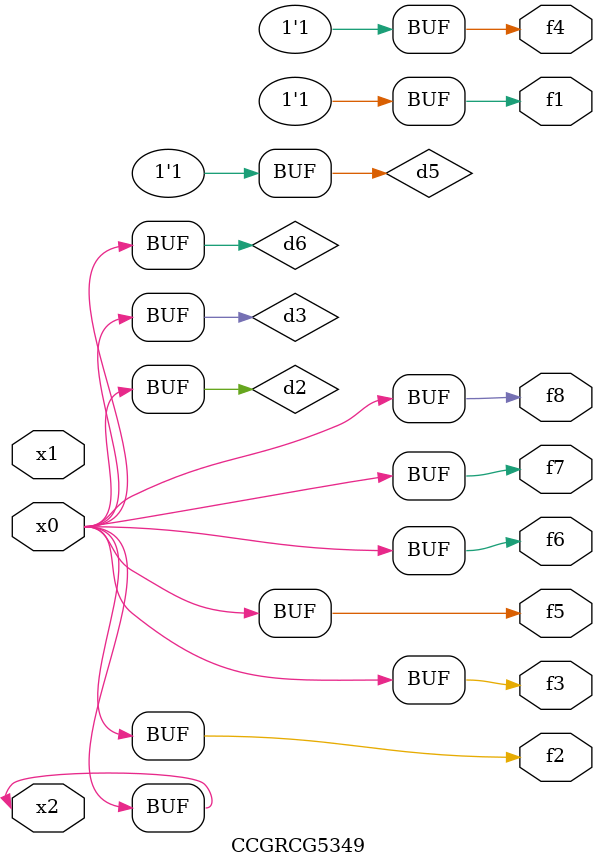
<source format=v>
module CCGRCG5349(
	input x0, x1, x2,
	output f1, f2, f3, f4, f5, f6, f7, f8
);

	wire d1, d2, d3, d4, d5, d6;

	xnor (d1, x2);
	buf (d2, x0, x2);
	and (d3, x0);
	xnor (d4, x1, x2);
	nand (d5, d1, d3);
	buf (d6, d2, d3);
	assign f1 = d5;
	assign f2 = d6;
	assign f3 = d6;
	assign f4 = d5;
	assign f5 = d6;
	assign f6 = d6;
	assign f7 = d6;
	assign f8 = d6;
endmodule

</source>
